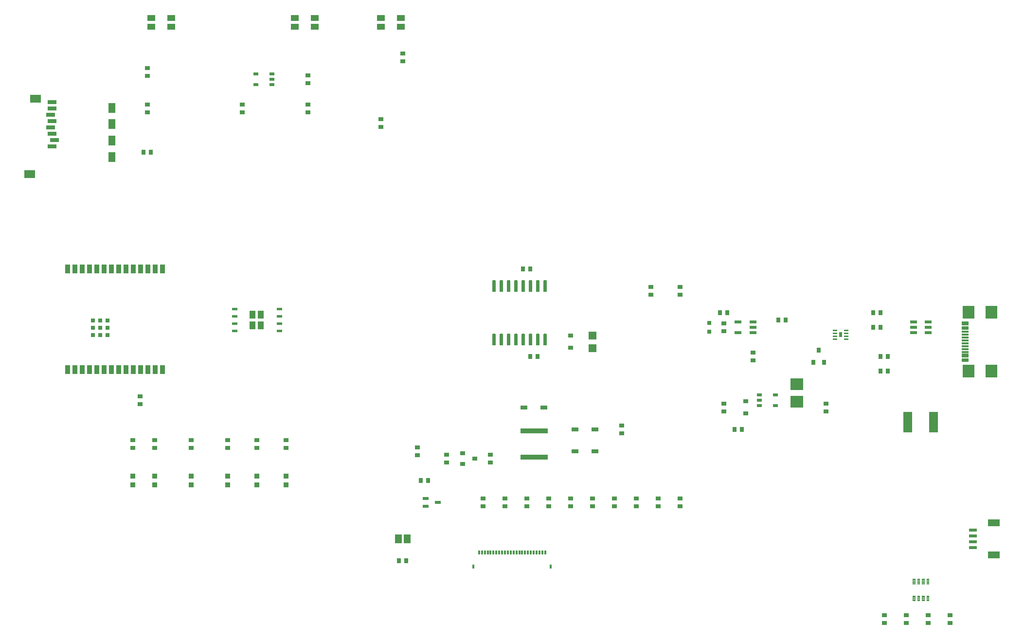
<source format=gbr>
G04 EAGLE Gerber RS-274X export*
G75*
%MOMM*%
%FSLAX34Y34*%
%LPD*%
%INSolderpaste Top*%
%IPPOS*%
%AMOC8*
5,1,8,0,0,1.08239X$1,22.5*%
G01*
G04 Define Apertures*
%ADD10R,1.400000X1.050000*%
%ADD11R,0.900000X0.700000*%
%ADD12R,1.400000X1.400000*%
%ADD13R,0.700000X0.900000*%
%ADD14R,2.200000X2.000000*%
%ADD15R,0.800000X0.800000*%
%ADD16R,1.200000X0.600000*%
%ADD17R,0.940000X0.970000*%
%ADD18R,0.900000X0.800000*%
%ADD19R,1.150000X0.800000*%
%ADD20R,0.900000X0.600000*%
%ADD21R,0.300000X0.800000*%
%ADD22R,0.400000X0.800000*%
%ADD23R,1.150000X0.300000*%
%ADD24R,2.000000X2.180000*%
%ADD25R,2.000000X1.200000*%
%ADD26R,1.350000X0.600000*%
%ADD27R,1.200000X1.800000*%
%ADD28R,1.900000X1.400000*%
%ADD29R,1.500000X0.700000*%
%ADD30R,4.826000X0.889000*%
%ADD31R,1.200000X0.550000*%
%ADD32R,1.500000X3.600000*%
%ADD33R,0.800000X0.900000*%
%ADD34R,1.050000X0.500000*%
%ADD35C,0.125000*%
%ADD36R,1.168400X1.600200*%
%ADD37R,1.010000X1.460000*%
%ADD38C,0.110000*%
%ADD39R,0.900000X1.500000*%
%ADD40C,0.147500*%
%ADD41R,0.560000X0.820000*%
%ADD42C,0.067500*%
D10*
X657580Y1096888D03*
X622580Y1096888D03*
X622580Y1081888D03*
X657580Y1081888D03*
D11*
X1574800Y44300D03*
X1574800Y57300D03*
X215900Y933300D03*
X215900Y946300D03*
D12*
X990600Y544400D03*
X990600Y522400D03*
D11*
X1219200Y565300D03*
X1219200Y552300D03*
D13*
X1251100Y381000D03*
X1238100Y381000D03*
D11*
X1612900Y44300D03*
X1612900Y57300D03*
D13*
X1314300Y571500D03*
X1327300Y571500D03*
D11*
X1397000Y412600D03*
X1397000Y425600D03*
D14*
X1346200Y429500D03*
X1346200Y459500D03*
D11*
X1041400Y374500D03*
X1041400Y387500D03*
D13*
X1479400Y558800D03*
X1492400Y558800D03*
D11*
X495300Y933300D03*
X495300Y946300D03*
D13*
X1479400Y584200D03*
X1492400Y584200D03*
D11*
X622300Y907900D03*
X622300Y920900D03*
X812800Y323700D03*
X812800Y336700D03*
D13*
X869800Y660400D03*
X882800Y660400D03*
X209400Y863600D03*
X222400Y863600D03*
D10*
X257530Y1096888D03*
X222530Y1096888D03*
X222530Y1081888D03*
X257530Y1081888D03*
D15*
X1193800Y551300D03*
X1193800Y566300D03*
D11*
X381000Y933300D03*
X381000Y946300D03*
D16*
X1549600Y568300D03*
X1549600Y558800D03*
X1549600Y549300D03*
X1574600Y549300D03*
X1574600Y558800D03*
X1574600Y568300D03*
D17*
X292100Y284600D03*
X292100Y299600D03*
X228600Y284600D03*
X228600Y299600D03*
X190500Y284600D03*
X190500Y299600D03*
D18*
X1257300Y408600D03*
X1257300Y429600D03*
D19*
X906500Y419100D03*
X871500Y419100D03*
X960400Y342900D03*
X995400Y342900D03*
X960400Y381000D03*
X995400Y381000D03*
D17*
X406400Y284600D03*
X406400Y299600D03*
D18*
X952500Y522900D03*
X952500Y543900D03*
D17*
X457200Y284600D03*
X457200Y299600D03*
X355600Y284600D03*
X355600Y299600D03*
D11*
X800100Y247500D03*
X800100Y260500D03*
X1066800Y247500D03*
X1066800Y260500D03*
X1143000Y247500D03*
X1143000Y260500D03*
X1104900Y247500D03*
X1104900Y260500D03*
X838200Y247500D03*
X838200Y260500D03*
X876300Y247500D03*
X876300Y260500D03*
X914400Y247500D03*
X914400Y260500D03*
X952500Y247500D03*
X952500Y260500D03*
X990600Y247500D03*
X990600Y260500D03*
X1028700Y247500D03*
X1028700Y260500D03*
D20*
X433100Y981100D03*
X433100Y990600D03*
X433100Y1000100D03*
X405100Y1000100D03*
X405100Y981100D03*
X1281400Y441300D03*
X1281400Y431800D03*
X1281400Y422300D03*
X1309400Y422300D03*
X1309400Y441300D03*
D21*
X908400Y166900D03*
X903400Y166900D03*
X898400Y166900D03*
X893400Y166900D03*
X888400Y166900D03*
X883400Y166900D03*
X878400Y166900D03*
X873400Y166900D03*
X868400Y166900D03*
X863400Y166900D03*
X858400Y166900D03*
X853400Y166900D03*
X848400Y166900D03*
X843400Y166900D03*
X838400Y166900D03*
X833400Y166900D03*
X828400Y166900D03*
X823400Y166900D03*
X818400Y166900D03*
X813400Y166900D03*
X808400Y166900D03*
X803400Y166900D03*
X798400Y166900D03*
X793400Y166900D03*
D22*
X918400Y141900D03*
X783400Y141900D03*
D23*
X1639620Y499900D03*
X1639620Y507900D03*
X1639620Y520900D03*
X1639620Y530900D03*
X1639620Y535900D03*
X1639620Y545900D03*
X1639620Y558900D03*
X1639620Y566900D03*
X1639620Y563900D03*
X1639620Y555900D03*
X1639620Y550900D03*
X1639620Y540900D03*
X1639620Y525900D03*
X1639620Y515900D03*
X1639620Y510900D03*
X1639620Y502900D03*
D24*
X1684670Y482300D03*
X1684670Y584500D03*
X1645370Y482300D03*
X1645370Y584500D03*
D25*
X1689238Y162500D03*
X1689238Y218500D03*
D26*
X1652488Y175500D03*
X1652488Y185500D03*
X1652488Y195500D03*
X1652488Y205500D03*
D27*
X154000Y855390D03*
X154000Y912390D03*
D28*
X11500Y825390D03*
X21500Y956890D03*
D29*
X50000Y873390D03*
X54000Y884390D03*
X50000Y895390D03*
X48000Y906390D03*
X50000Y917390D03*
X48000Y928390D03*
X50000Y939390D03*
X50000Y950390D03*
D27*
X154000Y883890D03*
X154000Y940890D03*
D30*
X889000Y378460D03*
X889000Y332740D03*
D31*
X1270301Y549300D03*
X1270301Y558800D03*
X1270301Y568300D03*
X1244299Y568300D03*
X1244299Y549300D03*
D32*
X1584600Y393700D03*
X1539600Y393700D03*
D33*
X1374800Y498000D03*
X1393800Y498000D03*
X1384300Y519000D03*
D18*
X764700Y339700D03*
X764700Y320700D03*
X785700Y330200D03*
D34*
X700700Y260500D03*
X700700Y247500D03*
X721700Y254000D03*
D11*
X203200Y425300D03*
X203200Y438300D03*
X457200Y349100D03*
X457200Y362100D03*
D13*
X1212700Y584200D03*
X1225700Y584200D03*
D11*
X1498600Y44300D03*
X1498600Y57300D03*
X1143000Y615800D03*
X1143000Y628800D03*
X1219200Y412600D03*
X1219200Y425600D03*
D13*
X653900Y152400D03*
X666900Y152400D03*
X1505100Y482600D03*
X1492100Y482600D03*
X1505100Y508000D03*
X1492100Y508000D03*
D11*
X1270000Y501500D03*
X1270000Y514500D03*
X1536700Y44300D03*
X1536700Y57300D03*
X1092200Y615800D03*
X1092200Y628800D03*
X736600Y323700D03*
X736600Y336700D03*
X685800Y349400D03*
X685800Y336400D03*
X355600Y349100D03*
X355600Y362100D03*
X292100Y349100D03*
X292100Y362100D03*
X228600Y349100D03*
X228600Y362100D03*
X190500Y349100D03*
X190500Y362100D03*
X406400Y349100D03*
X406400Y362100D03*
D10*
X507720Y1096888D03*
X472720Y1096888D03*
X472720Y1081888D03*
X507720Y1081888D03*
D11*
X660400Y1035200D03*
X660400Y1022200D03*
D13*
X882500Y508000D03*
X895500Y508000D03*
D11*
X215900Y996800D03*
X215900Y1009800D03*
D13*
X692000Y292100D03*
X705000Y292100D03*
D11*
X495300Y984100D03*
X495300Y997100D03*
D35*
X1551975Y120635D02*
X1551975Y111725D01*
X1548225Y111725D01*
X1548225Y120635D01*
X1551975Y120635D01*
X1551975Y112912D02*
X1548225Y112912D01*
X1548225Y114099D02*
X1551975Y114099D01*
X1551975Y115286D02*
X1548225Y115286D01*
X1548225Y116473D02*
X1551975Y116473D01*
X1551975Y117660D02*
X1548225Y117660D01*
X1548225Y118847D02*
X1551975Y118847D01*
X1551975Y120034D02*
X1548225Y120034D01*
X1559975Y120635D02*
X1559975Y111725D01*
X1556225Y111725D01*
X1556225Y120635D01*
X1559975Y120635D01*
X1559975Y112912D02*
X1556225Y112912D01*
X1556225Y114099D02*
X1559975Y114099D01*
X1559975Y115286D02*
X1556225Y115286D01*
X1556225Y116473D02*
X1559975Y116473D01*
X1559975Y117660D02*
X1556225Y117660D01*
X1556225Y118847D02*
X1559975Y118847D01*
X1559975Y120034D02*
X1556225Y120034D01*
X1567975Y120635D02*
X1567975Y111725D01*
X1564225Y111725D01*
X1564225Y120635D01*
X1567975Y120635D01*
X1567975Y112912D02*
X1564225Y112912D01*
X1564225Y114099D02*
X1567975Y114099D01*
X1567975Y115286D02*
X1564225Y115286D01*
X1564225Y116473D02*
X1567975Y116473D01*
X1567975Y117660D02*
X1564225Y117660D01*
X1564225Y118847D02*
X1567975Y118847D01*
X1567975Y120034D02*
X1564225Y120034D01*
X1575975Y120635D02*
X1575975Y111725D01*
X1572225Y111725D01*
X1572225Y120635D01*
X1575975Y120635D01*
X1575975Y112912D02*
X1572225Y112912D01*
X1572225Y114099D02*
X1575975Y114099D01*
X1575975Y115286D02*
X1572225Y115286D01*
X1572225Y116473D02*
X1575975Y116473D01*
X1575975Y117660D02*
X1572225Y117660D01*
X1572225Y118847D02*
X1575975Y118847D01*
X1575975Y120034D02*
X1572225Y120034D01*
X1576175Y91475D02*
X1576175Y82565D01*
X1572425Y82565D01*
X1572425Y91475D01*
X1576175Y91475D01*
X1576175Y83752D02*
X1572425Y83752D01*
X1572425Y84939D02*
X1576175Y84939D01*
X1576175Y86126D02*
X1572425Y86126D01*
X1572425Y87313D02*
X1576175Y87313D01*
X1576175Y88500D02*
X1572425Y88500D01*
X1572425Y89687D02*
X1576175Y89687D01*
X1576175Y90874D02*
X1572425Y90874D01*
X1567975Y91475D02*
X1567975Y82565D01*
X1564225Y82565D01*
X1564225Y91475D01*
X1567975Y91475D01*
X1567975Y83752D02*
X1564225Y83752D01*
X1564225Y84939D02*
X1567975Y84939D01*
X1567975Y86126D02*
X1564225Y86126D01*
X1564225Y87313D02*
X1567975Y87313D01*
X1567975Y88500D02*
X1564225Y88500D01*
X1564225Y89687D02*
X1567975Y89687D01*
X1567975Y90874D02*
X1564225Y90874D01*
X1559975Y91475D02*
X1559975Y82565D01*
X1556225Y82565D01*
X1556225Y91475D01*
X1559975Y91475D01*
X1559975Y83752D02*
X1556225Y83752D01*
X1556225Y84939D02*
X1559975Y84939D01*
X1559975Y86126D02*
X1556225Y86126D01*
X1556225Y87313D02*
X1559975Y87313D01*
X1559975Y88500D02*
X1556225Y88500D01*
X1556225Y89687D02*
X1559975Y89687D01*
X1559975Y90874D02*
X1556225Y90874D01*
X1551975Y91475D02*
X1551975Y82565D01*
X1548225Y82565D01*
X1548225Y91475D01*
X1551975Y91475D01*
X1551975Y83752D02*
X1548225Y83752D01*
X1548225Y84939D02*
X1551975Y84939D01*
X1551975Y86126D02*
X1548225Y86126D01*
X1548225Y87313D02*
X1551975Y87313D01*
X1551975Y88500D02*
X1548225Y88500D01*
X1548225Y89687D02*
X1551975Y89687D01*
X1551975Y90874D02*
X1548225Y90874D01*
D36*
X652780Y190500D03*
X668020Y190500D03*
D37*
X399050Y581100D03*
X413750Y581100D03*
X399050Y561900D03*
X413750Y561900D03*
D38*
X371600Y588900D02*
X363300Y588900D01*
X363300Y592200D01*
X371600Y592200D01*
X371600Y588900D01*
X371600Y589945D02*
X363300Y589945D01*
X363300Y590990D02*
X371600Y590990D01*
X371600Y592035D02*
X363300Y592035D01*
X363300Y576200D02*
X371600Y576200D01*
X363300Y576200D02*
X363300Y579500D01*
X371600Y579500D01*
X371600Y576200D01*
X371600Y577245D02*
X363300Y577245D01*
X363300Y578290D02*
X371600Y578290D01*
X371600Y579335D02*
X363300Y579335D01*
X363300Y563500D02*
X371600Y563500D01*
X363300Y563500D02*
X363300Y566800D01*
X371600Y566800D01*
X371600Y563500D01*
X371600Y564545D02*
X363300Y564545D01*
X363300Y565590D02*
X371600Y565590D01*
X371600Y566635D02*
X363300Y566635D01*
X363300Y550800D02*
X371600Y550800D01*
X363300Y550800D02*
X363300Y554100D01*
X371600Y554100D01*
X371600Y550800D01*
X371600Y551845D02*
X363300Y551845D01*
X363300Y552890D02*
X371600Y552890D01*
X371600Y553935D02*
X363300Y553935D01*
X441200Y550800D02*
X449500Y550800D01*
X441200Y550800D02*
X441200Y554100D01*
X449500Y554100D01*
X449500Y550800D01*
X449500Y551845D02*
X441200Y551845D01*
X441200Y552890D02*
X449500Y552890D01*
X449500Y553935D02*
X441200Y553935D01*
X441200Y563500D02*
X449500Y563500D01*
X441200Y563500D02*
X441200Y566800D01*
X449500Y566800D01*
X449500Y563500D01*
X449500Y564545D02*
X441200Y564545D01*
X441200Y565590D02*
X449500Y565590D01*
X449500Y566635D02*
X441200Y566635D01*
X441200Y576200D02*
X449500Y576200D01*
X441200Y576200D02*
X441200Y579500D01*
X449500Y579500D01*
X449500Y576200D01*
X449500Y577245D02*
X441200Y577245D01*
X441200Y578290D02*
X449500Y578290D01*
X449500Y579335D02*
X441200Y579335D01*
X441200Y588900D02*
X449500Y588900D01*
X441200Y588900D02*
X441200Y592200D01*
X449500Y592200D01*
X449500Y588900D01*
X449500Y589945D02*
X441200Y589945D01*
X441200Y590990D02*
X449500Y590990D01*
X449500Y592035D02*
X441200Y592035D01*
D39*
X76940Y485270D03*
X89640Y485270D03*
X102340Y485270D03*
X115040Y485270D03*
X127740Y485270D03*
X140440Y485270D03*
X153140Y485270D03*
X165840Y485270D03*
X178540Y485270D03*
X191240Y485270D03*
X203940Y485270D03*
X216640Y485270D03*
X229340Y485270D03*
X242040Y485270D03*
X242040Y660270D03*
X229340Y660270D03*
X216640Y660270D03*
X203940Y660270D03*
X191240Y660270D03*
X178540Y660270D03*
X165840Y660270D03*
X153140Y660270D03*
X140440Y660270D03*
X127740Y660270D03*
X115040Y660270D03*
X102340Y660270D03*
X89640Y660270D03*
X76940Y660270D03*
D15*
X134140Y557720D03*
X121640Y545220D03*
X121640Y557720D03*
X121640Y570220D03*
X134140Y545220D03*
X134140Y570220D03*
X146640Y545220D03*
X146640Y557720D03*
X146640Y570220D03*
D40*
X905837Y621237D02*
X905837Y640263D01*
X910263Y640263D01*
X910263Y621237D01*
X905837Y621237D01*
X905837Y622638D02*
X910263Y622638D01*
X910263Y624039D02*
X905837Y624039D01*
X905837Y625440D02*
X910263Y625440D01*
X910263Y626841D02*
X905837Y626841D01*
X905837Y628242D02*
X910263Y628242D01*
X910263Y629643D02*
X905837Y629643D01*
X905837Y631044D02*
X910263Y631044D01*
X910263Y632445D02*
X905837Y632445D01*
X905837Y633846D02*
X910263Y633846D01*
X910263Y635247D02*
X905837Y635247D01*
X905837Y636648D02*
X910263Y636648D01*
X910263Y638049D02*
X905837Y638049D01*
X905837Y639450D02*
X910263Y639450D01*
X893137Y640263D02*
X893137Y621237D01*
X893137Y640263D02*
X897563Y640263D01*
X897563Y621237D01*
X893137Y621237D01*
X893137Y622638D02*
X897563Y622638D01*
X897563Y624039D02*
X893137Y624039D01*
X893137Y625440D02*
X897563Y625440D01*
X897563Y626841D02*
X893137Y626841D01*
X893137Y628242D02*
X897563Y628242D01*
X897563Y629643D02*
X893137Y629643D01*
X893137Y631044D02*
X897563Y631044D01*
X897563Y632445D02*
X893137Y632445D01*
X893137Y633846D02*
X897563Y633846D01*
X897563Y635247D02*
X893137Y635247D01*
X893137Y636648D02*
X897563Y636648D01*
X897563Y638049D02*
X893137Y638049D01*
X893137Y639450D02*
X897563Y639450D01*
X880437Y640263D02*
X880437Y621237D01*
X880437Y640263D02*
X884863Y640263D01*
X884863Y621237D01*
X880437Y621237D01*
X880437Y622638D02*
X884863Y622638D01*
X884863Y624039D02*
X880437Y624039D01*
X880437Y625440D02*
X884863Y625440D01*
X884863Y626841D02*
X880437Y626841D01*
X880437Y628242D02*
X884863Y628242D01*
X884863Y629643D02*
X880437Y629643D01*
X880437Y631044D02*
X884863Y631044D01*
X884863Y632445D02*
X880437Y632445D01*
X880437Y633846D02*
X884863Y633846D01*
X884863Y635247D02*
X880437Y635247D01*
X880437Y636648D02*
X884863Y636648D01*
X884863Y638049D02*
X880437Y638049D01*
X880437Y639450D02*
X884863Y639450D01*
X867737Y640263D02*
X867737Y621237D01*
X867737Y640263D02*
X872163Y640263D01*
X872163Y621237D01*
X867737Y621237D01*
X867737Y622638D02*
X872163Y622638D01*
X872163Y624039D02*
X867737Y624039D01*
X867737Y625440D02*
X872163Y625440D01*
X872163Y626841D02*
X867737Y626841D01*
X867737Y628242D02*
X872163Y628242D01*
X872163Y629643D02*
X867737Y629643D01*
X867737Y631044D02*
X872163Y631044D01*
X872163Y632445D02*
X867737Y632445D01*
X867737Y633846D02*
X872163Y633846D01*
X872163Y635247D02*
X867737Y635247D01*
X867737Y636648D02*
X872163Y636648D01*
X872163Y638049D02*
X867737Y638049D01*
X867737Y639450D02*
X872163Y639450D01*
X855037Y640263D02*
X855037Y621237D01*
X855037Y640263D02*
X859463Y640263D01*
X859463Y621237D01*
X855037Y621237D01*
X855037Y622638D02*
X859463Y622638D01*
X859463Y624039D02*
X855037Y624039D01*
X855037Y625440D02*
X859463Y625440D01*
X859463Y626841D02*
X855037Y626841D01*
X855037Y628242D02*
X859463Y628242D01*
X859463Y629643D02*
X855037Y629643D01*
X855037Y631044D02*
X859463Y631044D01*
X859463Y632445D02*
X855037Y632445D01*
X855037Y633846D02*
X859463Y633846D01*
X859463Y635247D02*
X855037Y635247D01*
X855037Y636648D02*
X859463Y636648D01*
X859463Y638049D02*
X855037Y638049D01*
X855037Y639450D02*
X859463Y639450D01*
X842337Y640263D02*
X842337Y621237D01*
X842337Y640263D02*
X846763Y640263D01*
X846763Y621237D01*
X842337Y621237D01*
X842337Y622638D02*
X846763Y622638D01*
X846763Y624039D02*
X842337Y624039D01*
X842337Y625440D02*
X846763Y625440D01*
X846763Y626841D02*
X842337Y626841D01*
X842337Y628242D02*
X846763Y628242D01*
X846763Y629643D02*
X842337Y629643D01*
X842337Y631044D02*
X846763Y631044D01*
X846763Y632445D02*
X842337Y632445D01*
X842337Y633846D02*
X846763Y633846D01*
X846763Y635247D02*
X842337Y635247D01*
X842337Y636648D02*
X846763Y636648D01*
X846763Y638049D02*
X842337Y638049D01*
X842337Y639450D02*
X846763Y639450D01*
X829637Y640263D02*
X829637Y621237D01*
X829637Y640263D02*
X834063Y640263D01*
X834063Y621237D01*
X829637Y621237D01*
X829637Y622638D02*
X834063Y622638D01*
X834063Y624039D02*
X829637Y624039D01*
X829637Y625440D02*
X834063Y625440D01*
X834063Y626841D02*
X829637Y626841D01*
X829637Y628242D02*
X834063Y628242D01*
X834063Y629643D02*
X829637Y629643D01*
X829637Y631044D02*
X834063Y631044D01*
X834063Y632445D02*
X829637Y632445D01*
X829637Y633846D02*
X834063Y633846D01*
X834063Y635247D02*
X829637Y635247D01*
X829637Y636648D02*
X834063Y636648D01*
X834063Y638049D02*
X829637Y638049D01*
X829637Y639450D02*
X834063Y639450D01*
X816937Y640263D02*
X816937Y621237D01*
X816937Y640263D02*
X821363Y640263D01*
X821363Y621237D01*
X816937Y621237D01*
X816937Y622638D02*
X821363Y622638D01*
X821363Y624039D02*
X816937Y624039D01*
X816937Y625440D02*
X821363Y625440D01*
X821363Y626841D02*
X816937Y626841D01*
X816937Y628242D02*
X821363Y628242D01*
X821363Y629643D02*
X816937Y629643D01*
X816937Y631044D02*
X821363Y631044D01*
X821363Y632445D02*
X816937Y632445D01*
X816937Y633846D02*
X821363Y633846D01*
X821363Y635247D02*
X816937Y635247D01*
X816937Y636648D02*
X821363Y636648D01*
X821363Y638049D02*
X816937Y638049D01*
X816937Y639450D02*
X821363Y639450D01*
X816937Y547163D02*
X816937Y528137D01*
X816937Y547163D02*
X821363Y547163D01*
X821363Y528137D01*
X816937Y528137D01*
X816937Y529538D02*
X821363Y529538D01*
X821363Y530939D02*
X816937Y530939D01*
X816937Y532340D02*
X821363Y532340D01*
X821363Y533741D02*
X816937Y533741D01*
X816937Y535142D02*
X821363Y535142D01*
X821363Y536543D02*
X816937Y536543D01*
X816937Y537944D02*
X821363Y537944D01*
X821363Y539345D02*
X816937Y539345D01*
X816937Y540746D02*
X821363Y540746D01*
X821363Y542147D02*
X816937Y542147D01*
X816937Y543548D02*
X821363Y543548D01*
X821363Y544949D02*
X816937Y544949D01*
X816937Y546350D02*
X821363Y546350D01*
X829637Y547163D02*
X829637Y528137D01*
X829637Y547163D02*
X834063Y547163D01*
X834063Y528137D01*
X829637Y528137D01*
X829637Y529538D02*
X834063Y529538D01*
X834063Y530939D02*
X829637Y530939D01*
X829637Y532340D02*
X834063Y532340D01*
X834063Y533741D02*
X829637Y533741D01*
X829637Y535142D02*
X834063Y535142D01*
X834063Y536543D02*
X829637Y536543D01*
X829637Y537944D02*
X834063Y537944D01*
X834063Y539345D02*
X829637Y539345D01*
X829637Y540746D02*
X834063Y540746D01*
X834063Y542147D02*
X829637Y542147D01*
X829637Y543548D02*
X834063Y543548D01*
X834063Y544949D02*
X829637Y544949D01*
X829637Y546350D02*
X834063Y546350D01*
X842337Y547163D02*
X842337Y528137D01*
X842337Y547163D02*
X846763Y547163D01*
X846763Y528137D01*
X842337Y528137D01*
X842337Y529538D02*
X846763Y529538D01*
X846763Y530939D02*
X842337Y530939D01*
X842337Y532340D02*
X846763Y532340D01*
X846763Y533741D02*
X842337Y533741D01*
X842337Y535142D02*
X846763Y535142D01*
X846763Y536543D02*
X842337Y536543D01*
X842337Y537944D02*
X846763Y537944D01*
X846763Y539345D02*
X842337Y539345D01*
X842337Y540746D02*
X846763Y540746D01*
X846763Y542147D02*
X842337Y542147D01*
X842337Y543548D02*
X846763Y543548D01*
X846763Y544949D02*
X842337Y544949D01*
X842337Y546350D02*
X846763Y546350D01*
X855037Y547163D02*
X855037Y528137D01*
X855037Y547163D02*
X859463Y547163D01*
X859463Y528137D01*
X855037Y528137D01*
X855037Y529538D02*
X859463Y529538D01*
X859463Y530939D02*
X855037Y530939D01*
X855037Y532340D02*
X859463Y532340D01*
X859463Y533741D02*
X855037Y533741D01*
X855037Y535142D02*
X859463Y535142D01*
X859463Y536543D02*
X855037Y536543D01*
X855037Y537944D02*
X859463Y537944D01*
X859463Y539345D02*
X855037Y539345D01*
X855037Y540746D02*
X859463Y540746D01*
X859463Y542147D02*
X855037Y542147D01*
X855037Y543548D02*
X859463Y543548D01*
X859463Y544949D02*
X855037Y544949D01*
X855037Y546350D02*
X859463Y546350D01*
X867737Y547163D02*
X867737Y528137D01*
X867737Y547163D02*
X872163Y547163D01*
X872163Y528137D01*
X867737Y528137D01*
X867737Y529538D02*
X872163Y529538D01*
X872163Y530939D02*
X867737Y530939D01*
X867737Y532340D02*
X872163Y532340D01*
X872163Y533741D02*
X867737Y533741D01*
X867737Y535142D02*
X872163Y535142D01*
X872163Y536543D02*
X867737Y536543D01*
X867737Y537944D02*
X872163Y537944D01*
X872163Y539345D02*
X867737Y539345D01*
X867737Y540746D02*
X872163Y540746D01*
X872163Y542147D02*
X867737Y542147D01*
X867737Y543548D02*
X872163Y543548D01*
X872163Y544949D02*
X867737Y544949D01*
X867737Y546350D02*
X872163Y546350D01*
X880437Y547163D02*
X880437Y528137D01*
X880437Y547163D02*
X884863Y547163D01*
X884863Y528137D01*
X880437Y528137D01*
X880437Y529538D02*
X884863Y529538D01*
X884863Y530939D02*
X880437Y530939D01*
X880437Y532340D02*
X884863Y532340D01*
X884863Y533741D02*
X880437Y533741D01*
X880437Y535142D02*
X884863Y535142D01*
X884863Y536543D02*
X880437Y536543D01*
X880437Y537944D02*
X884863Y537944D01*
X884863Y539345D02*
X880437Y539345D01*
X880437Y540746D02*
X884863Y540746D01*
X884863Y542147D02*
X880437Y542147D01*
X880437Y543548D02*
X884863Y543548D01*
X884863Y544949D02*
X880437Y544949D01*
X880437Y546350D02*
X884863Y546350D01*
X893137Y547163D02*
X893137Y528137D01*
X893137Y547163D02*
X897563Y547163D01*
X897563Y528137D01*
X893137Y528137D01*
X893137Y529538D02*
X897563Y529538D01*
X897563Y530939D02*
X893137Y530939D01*
X893137Y532340D02*
X897563Y532340D01*
X897563Y533741D02*
X893137Y533741D01*
X893137Y535142D02*
X897563Y535142D01*
X897563Y536543D02*
X893137Y536543D01*
X893137Y537944D02*
X897563Y537944D01*
X897563Y539345D02*
X893137Y539345D01*
X893137Y540746D02*
X897563Y540746D01*
X897563Y542147D02*
X893137Y542147D01*
X893137Y543548D02*
X897563Y543548D01*
X897563Y544949D02*
X893137Y544949D01*
X893137Y546350D02*
X897563Y546350D01*
X905837Y547163D02*
X905837Y528137D01*
X905837Y547163D02*
X910263Y547163D01*
X910263Y528137D01*
X905837Y528137D01*
X905837Y529538D02*
X910263Y529538D01*
X910263Y530939D02*
X905837Y530939D01*
X905837Y532340D02*
X910263Y532340D01*
X910263Y533741D02*
X905837Y533741D01*
X905837Y535142D02*
X910263Y535142D01*
X910263Y536543D02*
X905837Y536543D01*
X905837Y537944D02*
X910263Y537944D01*
X910263Y539345D02*
X905837Y539345D01*
X905837Y540746D02*
X910263Y540746D01*
X910263Y542147D02*
X905837Y542147D01*
X905837Y543548D02*
X910263Y543548D01*
X910263Y544949D02*
X905837Y544949D01*
X905837Y546350D02*
X910263Y546350D01*
D41*
X1422400Y546100D03*
D42*
X1428787Y539613D02*
X1435713Y539613D01*
X1435713Y537587D01*
X1428787Y537587D01*
X1428787Y539613D01*
X1428787Y538228D02*
X1435713Y538228D01*
X1435713Y538869D02*
X1428787Y538869D01*
X1428787Y539510D02*
X1435713Y539510D01*
X1435713Y544613D02*
X1428787Y544613D01*
X1435713Y544613D02*
X1435713Y542587D01*
X1428787Y542587D01*
X1428787Y544613D01*
X1428787Y543228D02*
X1435713Y543228D01*
X1435713Y543869D02*
X1428787Y543869D01*
X1428787Y544510D02*
X1435713Y544510D01*
X1435713Y549613D02*
X1428787Y549613D01*
X1435713Y549613D02*
X1435713Y547587D01*
X1428787Y547587D01*
X1428787Y549613D01*
X1428787Y548228D02*
X1435713Y548228D01*
X1435713Y548869D02*
X1428787Y548869D01*
X1428787Y549510D02*
X1435713Y549510D01*
X1435713Y554613D02*
X1428787Y554613D01*
X1435713Y554613D02*
X1435713Y552587D01*
X1428787Y552587D01*
X1428787Y554613D01*
X1428787Y553228D02*
X1435713Y553228D01*
X1435713Y553869D02*
X1428787Y553869D01*
X1428787Y554510D02*
X1435713Y554510D01*
X1416013Y554613D02*
X1409087Y554613D01*
X1416013Y554613D02*
X1416013Y552587D01*
X1409087Y552587D01*
X1409087Y554613D01*
X1409087Y553228D02*
X1416013Y553228D01*
X1416013Y553869D02*
X1409087Y553869D01*
X1409087Y554510D02*
X1416013Y554510D01*
X1416013Y549613D02*
X1409087Y549613D01*
X1416013Y549613D02*
X1416013Y547587D01*
X1409087Y547587D01*
X1409087Y549613D01*
X1409087Y548228D02*
X1416013Y548228D01*
X1416013Y548869D02*
X1409087Y548869D01*
X1409087Y549510D02*
X1416013Y549510D01*
X1416013Y544613D02*
X1409087Y544613D01*
X1416013Y544613D02*
X1416013Y542587D01*
X1409087Y542587D01*
X1409087Y544613D01*
X1409087Y543228D02*
X1416013Y543228D01*
X1416013Y543869D02*
X1409087Y543869D01*
X1409087Y544510D02*
X1416013Y544510D01*
X1416013Y539613D02*
X1409087Y539613D01*
X1416013Y539613D02*
X1416013Y537587D01*
X1409087Y537587D01*
X1409087Y539613D01*
X1409087Y538228D02*
X1416013Y538228D01*
X1416013Y538869D02*
X1409087Y538869D01*
X1409087Y539510D02*
X1416013Y539510D01*
M02*

</source>
